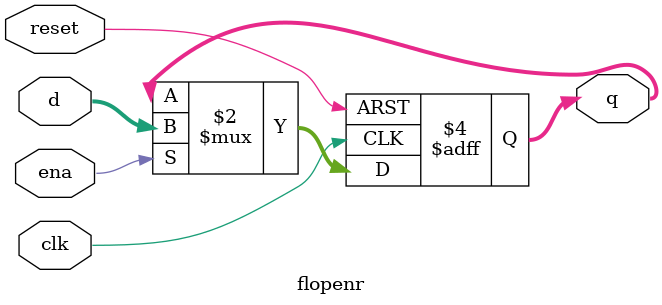
<source format=v>
`timescale 1ns / 1ps


module flopenr# (parameter WIDTH = 32)
(input clk, reset,ena,
input [WIDTH-1:0] d,
output reg [WIDTH-1:0] q);
always @ (posedge clk, posedge reset)
    begin
        if(reset) q<= 32'hbfc00000 ;
        else if(ena)q <= d;
    end
endmodule



</source>
